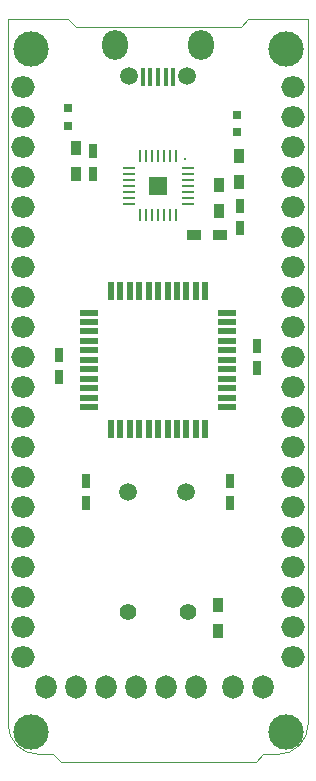
<source format=gts>
G04 #@! TF.FileFunction,Soldermask,Top*
%FSLAX46Y46*%
G04 Gerber Fmt 4.6, Leading zero omitted, Abs format (unit mm)*
G04 Created by KiCad (PCBNEW 4.0.4-stable) date 08/11/17 11:51:25*
%MOMM*%
%LPD*%
G01*
G04 APERTURE LIST*
%ADD10C,0.150000*%
%ADD11C,0.100000*%
%ADD12O,1.800000X2.000000*%
%ADD13O,2.000000X1.800000*%
%ADD14C,3.000000*%
%ADD15R,0.750000X1.200000*%
%ADD16R,0.900000X1.200000*%
%ADD17R,1.600000X0.560000*%
%ADD18R,0.560000X1.600000*%
%ADD19R,1.200000X0.900000*%
%ADD20R,0.400000X1.600000*%
%ADD21C,1.500000*%
%ADD22O,2.200000X2.500000*%
%ADD23R,0.797560X0.797560*%
%ADD24C,1.397000*%
%ADD25R,0.231140X1.000760*%
%ADD26R,1.000760X0.231140*%
%ADD27R,1.501140X1.501140*%
%ADD28C,0.299720*%
G04 APERTURE END LIST*
D10*
D11*
X136144000Y-85090000D02*
X143256000Y-85090000D01*
X129540000Y-146685000D02*
X130810000Y-146685000D01*
X148590000Y-146685000D02*
X149225000Y-146685000D01*
X147955000Y-147320000D02*
X148590000Y-146685000D01*
X131445000Y-147320000D02*
X147955000Y-147320000D01*
X130810000Y-146685000D02*
X131445000Y-147320000D01*
X132080000Y-84455000D02*
X127000000Y-84455000D01*
X132715000Y-85090000D02*
X132080000Y-84455000D01*
X133985000Y-85090000D02*
X132715000Y-85090000D01*
X136144000Y-85090000D02*
X135890000Y-85090000D01*
X143510000Y-85090000D02*
X143256000Y-85090000D01*
X146050000Y-85090000D02*
X143510000Y-85090000D01*
X134620000Y-85090000D02*
X135890000Y-85090000D01*
X149225000Y-146685000D02*
X149860000Y-146685000D01*
X146685000Y-85090000D02*
X146050000Y-85090000D01*
X147320000Y-84455000D02*
X146685000Y-85090000D01*
X152400000Y-84455000D02*
X147320000Y-84455000D01*
X152400000Y-85090000D02*
X152400000Y-84455000D01*
X133985000Y-85090000D02*
X134620000Y-85090000D01*
X127000000Y-85090000D02*
X127000000Y-84455000D01*
X127000000Y-144145000D02*
X127000000Y-140335000D01*
X152400000Y-142875000D02*
X152400000Y-144145000D01*
X127000000Y-144145000D02*
G75*
G03X129540000Y-146685000I2540000J0D01*
G01*
X149860000Y-146685000D02*
G75*
G03X152400000Y-144145000I0J2540000D01*
G01*
X127000000Y-139700000D02*
X127000000Y-140335000D01*
X152400000Y-139700000D02*
X152400000Y-142875000D01*
X152400000Y-85090000D02*
X152400000Y-90170000D01*
X127000000Y-90170000D02*
X127000000Y-85090000D01*
X152400000Y-90170000D02*
X152400000Y-139700000D01*
X127000000Y-90170000D02*
X127000000Y-139700000D01*
D12*
X142875000Y-140970000D03*
X140335000Y-140970000D03*
X137795000Y-140970000D03*
X135255000Y-140970000D03*
X132715000Y-140970000D03*
X130175000Y-140970000D03*
X146050000Y-140970000D03*
X148590000Y-140970000D03*
D13*
X151130000Y-115570000D03*
X151130000Y-118110000D03*
X151130000Y-120650000D03*
X151130000Y-123190000D03*
X151130000Y-125730000D03*
X151130000Y-128270000D03*
X151130000Y-130810000D03*
X151130000Y-133350000D03*
X151130000Y-135890000D03*
X151130000Y-138430000D03*
X128270000Y-138430000D03*
X128270000Y-135890000D03*
X128270000Y-133350000D03*
X128270000Y-130810000D03*
X128270000Y-128270000D03*
X128270000Y-125730000D03*
X128270000Y-123190000D03*
X128270000Y-120650000D03*
X128270000Y-118110000D03*
X128270000Y-115570000D03*
X151130000Y-90170000D03*
X151130000Y-92710000D03*
X151130000Y-95250000D03*
X151130000Y-97790000D03*
X151130000Y-100330000D03*
X151130000Y-102870000D03*
X151130000Y-105410000D03*
X151130000Y-107950000D03*
X151130000Y-110490000D03*
X151130000Y-113030000D03*
X128270000Y-113030000D03*
X128270000Y-110490000D03*
X128270000Y-107950000D03*
X128270000Y-105410000D03*
X128270000Y-102870000D03*
X128270000Y-100330000D03*
X128270000Y-97790000D03*
X128270000Y-95250000D03*
X128270000Y-92710000D03*
X128270000Y-90170000D03*
D14*
X150495000Y-86995000D03*
X128905000Y-86995000D03*
X150495000Y-144780000D03*
X128905000Y-144780000D03*
D15*
X145796000Y-123510000D03*
X145796000Y-125410000D03*
X133604000Y-123510000D03*
X133604000Y-125410000D03*
X148082000Y-112080000D03*
X148082000Y-113980000D03*
X131318000Y-112842000D03*
X131318000Y-114742000D03*
D16*
X144780000Y-134028000D03*
X144780000Y-136228000D03*
X146558000Y-98229600D03*
X146558000Y-96029600D03*
X132740400Y-95318400D03*
X132740400Y-97518400D03*
D17*
X145550000Y-117284000D03*
X145550000Y-116484000D03*
X145550000Y-115684000D03*
X145550000Y-114884000D03*
X145550000Y-114084000D03*
X145550000Y-113284000D03*
X145550000Y-112484000D03*
X145550000Y-111684000D03*
X145550000Y-110884000D03*
X145550000Y-110084000D03*
X145550000Y-109284000D03*
D18*
X143700000Y-107434000D03*
X142900000Y-107434000D03*
X142100000Y-107434000D03*
X141300000Y-107434000D03*
X140500000Y-107434000D03*
X139700000Y-107434000D03*
X138900000Y-107434000D03*
X138100000Y-107434000D03*
X137300000Y-107434000D03*
X136500000Y-107434000D03*
X135700000Y-107434000D03*
D17*
X133850000Y-109284000D03*
X133850000Y-110084000D03*
X133850000Y-110884000D03*
X133850000Y-111684000D03*
X133850000Y-112484000D03*
X133850000Y-113284000D03*
X133850000Y-114084000D03*
X133850000Y-114884000D03*
X133850000Y-115684000D03*
X133850000Y-116484000D03*
X133850000Y-117284000D03*
D18*
X135700000Y-119134000D03*
X136500000Y-119134000D03*
X137300000Y-119134000D03*
X138100000Y-119134000D03*
X138900000Y-119134000D03*
X139700000Y-119134000D03*
X140500000Y-119134000D03*
X141300000Y-119134000D03*
X142100000Y-119134000D03*
X142900000Y-119134000D03*
X143700000Y-119134000D03*
D15*
X146608800Y-100243600D03*
X146608800Y-102143600D03*
X134213600Y-97520800D03*
X134213600Y-95620800D03*
D16*
X144881600Y-100718800D03*
X144881600Y-98518800D03*
D19*
X144965600Y-102717600D03*
X142765600Y-102717600D03*
D20*
X141000000Y-89381000D03*
X140350000Y-89381000D03*
X139700000Y-89381000D03*
X139050000Y-89381000D03*
X138400000Y-89381000D03*
D21*
X142125000Y-89281000D03*
D22*
X143325000Y-86631000D03*
D21*
X137275000Y-89281000D03*
D22*
X136075000Y-86631000D03*
D23*
X146405600Y-94018100D03*
X146405600Y-92519500D03*
X132029200Y-91960700D03*
X132029200Y-93459300D03*
D24*
X142240000Y-134620000D03*
X137160000Y-134620000D03*
D25*
X138198860Y-96052640D03*
X138699240Y-96052640D03*
X139199620Y-96052640D03*
X139700000Y-96052640D03*
X140200380Y-96052640D03*
X140700760Y-96052640D03*
X141201140Y-96052640D03*
D26*
X142199360Y-97050860D03*
X142199360Y-97551240D03*
X142199360Y-98051620D03*
X142199360Y-98552000D03*
X142199360Y-99052380D03*
X142199360Y-99552760D03*
X142199360Y-100053140D03*
D25*
X141201140Y-101051360D03*
X140700760Y-101051360D03*
X140200380Y-101051360D03*
X139700000Y-101051360D03*
X139199620Y-101051360D03*
X138699240Y-101051360D03*
X138198860Y-101051360D03*
D26*
X137200640Y-100053140D03*
X137200640Y-99552760D03*
X137200640Y-99052380D03*
X137200640Y-98552000D03*
X137200640Y-98051620D03*
X137200640Y-97551240D03*
X137200640Y-97050860D03*
D27*
X139700000Y-98552000D03*
D28*
X141950440Y-96301560D03*
D21*
X137160000Y-124460000D03*
X142060000Y-124460000D03*
M02*

</source>
